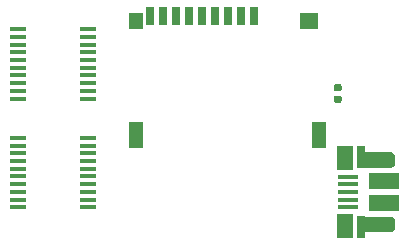
<source format=gbr>
G04 #@! TF.GenerationSoftware,KiCad,Pcbnew,5.1.5+dfsg1-2build2*
G04 #@! TF.CreationDate,2021-11-14T16:11:09+00:00*
G04 #@! TF.ProjectId,picopak,7069636f-7061-46b2-9e6b-696361645f70,rev?*
G04 #@! TF.SameCoordinates,Original*
G04 #@! TF.FileFunction,Paste,Top*
G04 #@! TF.FilePolarity,Positive*
%FSLAX46Y46*%
G04 Gerber Fmt 4.6, Leading zero omitted, Abs format (unit mm)*
G04 Created by KiCad (PCBNEW 5.1.5+dfsg1-2build2) date 2021-11-14 16:11:09*
%MOMM*%
%LPD*%
G04 APERTURE LIST*
%ADD10C,0.100000*%
%ADD11R,1.450000X0.450000*%
%ADD12R,1.200000X2.200000*%
%ADD13R,1.600000X1.400000*%
%ADD14R,1.200000X1.400000*%
%ADD15R,0.700000X1.600000*%
%ADD16R,0.700000X1.825000*%
%ADD17R,1.460000X2.000000*%
%ADD18R,1.750000X0.400000*%
%ADD19R,2.500000X1.425000*%
G04 APERTURE END LIST*
D10*
G36*
X203886958Y-76520710D02*
G01*
X203901276Y-76522834D01*
X203915317Y-76526351D01*
X203928946Y-76531228D01*
X203942031Y-76537417D01*
X203954447Y-76544858D01*
X203966073Y-76553481D01*
X203976798Y-76563202D01*
X203986519Y-76573927D01*
X203995142Y-76585553D01*
X204002583Y-76597969D01*
X204008772Y-76611054D01*
X204013649Y-76624683D01*
X204017166Y-76638724D01*
X204019290Y-76653042D01*
X204020000Y-76667500D01*
X204020000Y-76962500D01*
X204019290Y-76976958D01*
X204017166Y-76991276D01*
X204013649Y-77005317D01*
X204008772Y-77018946D01*
X204002583Y-77032031D01*
X203995142Y-77044447D01*
X203986519Y-77056073D01*
X203976798Y-77066798D01*
X203966073Y-77076519D01*
X203954447Y-77085142D01*
X203942031Y-77092583D01*
X203928946Y-77098772D01*
X203915317Y-77103649D01*
X203901276Y-77107166D01*
X203886958Y-77109290D01*
X203872500Y-77110000D01*
X203527500Y-77110000D01*
X203513042Y-77109290D01*
X203498724Y-77107166D01*
X203484683Y-77103649D01*
X203471054Y-77098772D01*
X203457969Y-77092583D01*
X203445553Y-77085142D01*
X203433927Y-77076519D01*
X203423202Y-77066798D01*
X203413481Y-77056073D01*
X203404858Y-77044447D01*
X203397417Y-77032031D01*
X203391228Y-77018946D01*
X203386351Y-77005317D01*
X203382834Y-76991276D01*
X203380710Y-76976958D01*
X203380000Y-76962500D01*
X203380000Y-76667500D01*
X203380710Y-76653042D01*
X203382834Y-76638724D01*
X203386351Y-76624683D01*
X203391228Y-76611054D01*
X203397417Y-76597969D01*
X203404858Y-76585553D01*
X203413481Y-76573927D01*
X203423202Y-76563202D01*
X203433927Y-76553481D01*
X203445553Y-76544858D01*
X203457969Y-76537417D01*
X203471054Y-76531228D01*
X203484683Y-76526351D01*
X203498724Y-76522834D01*
X203513042Y-76520710D01*
X203527500Y-76520000D01*
X203872500Y-76520000D01*
X203886958Y-76520710D01*
G37*
G36*
X203886958Y-77490710D02*
G01*
X203901276Y-77492834D01*
X203915317Y-77496351D01*
X203928946Y-77501228D01*
X203942031Y-77507417D01*
X203954447Y-77514858D01*
X203966073Y-77523481D01*
X203976798Y-77533202D01*
X203986519Y-77543927D01*
X203995142Y-77555553D01*
X204002583Y-77567969D01*
X204008772Y-77581054D01*
X204013649Y-77594683D01*
X204017166Y-77608724D01*
X204019290Y-77623042D01*
X204020000Y-77637500D01*
X204020000Y-77932500D01*
X204019290Y-77946958D01*
X204017166Y-77961276D01*
X204013649Y-77975317D01*
X204008772Y-77988946D01*
X204002583Y-78002031D01*
X203995142Y-78014447D01*
X203986519Y-78026073D01*
X203976798Y-78036798D01*
X203966073Y-78046519D01*
X203954447Y-78055142D01*
X203942031Y-78062583D01*
X203928946Y-78068772D01*
X203915317Y-78073649D01*
X203901276Y-78077166D01*
X203886958Y-78079290D01*
X203872500Y-78080000D01*
X203527500Y-78080000D01*
X203513042Y-78079290D01*
X203498724Y-78077166D01*
X203484683Y-78073649D01*
X203471054Y-78068772D01*
X203457969Y-78062583D01*
X203445553Y-78055142D01*
X203433927Y-78046519D01*
X203423202Y-78036798D01*
X203413481Y-78026073D01*
X203404858Y-78014447D01*
X203397417Y-78002031D01*
X203391228Y-77988946D01*
X203386351Y-77975317D01*
X203382834Y-77961276D01*
X203380710Y-77946958D01*
X203380000Y-77932500D01*
X203380000Y-77637500D01*
X203380710Y-77623042D01*
X203382834Y-77608724D01*
X203386351Y-77594683D01*
X203391228Y-77581054D01*
X203397417Y-77567969D01*
X203404858Y-77555553D01*
X203413481Y-77543927D01*
X203423202Y-77533202D01*
X203433927Y-77523481D01*
X203445553Y-77514858D01*
X203457969Y-77507417D01*
X203471054Y-77501228D01*
X203484683Y-77496351D01*
X203498724Y-77492834D01*
X203513042Y-77490710D01*
X203527500Y-77490000D01*
X203872500Y-77490000D01*
X203886958Y-77490710D01*
G37*
D11*
X182550000Y-71875000D03*
X182550000Y-72525000D03*
X182550000Y-73175000D03*
X182550000Y-73825000D03*
X182550000Y-74475000D03*
X182550000Y-75125000D03*
X182550000Y-75775000D03*
X182550000Y-76425000D03*
X182550000Y-77075000D03*
X182550000Y-77725000D03*
X176650000Y-77725000D03*
X176650000Y-77075000D03*
X176650000Y-76425000D03*
X176650000Y-75775000D03*
X176650000Y-75125000D03*
X176650000Y-74475000D03*
X176650000Y-73825000D03*
X176650000Y-73175000D03*
X176650000Y-72525000D03*
X176650000Y-71875000D03*
D12*
X202150000Y-80800000D03*
X186650000Y-80800000D03*
D13*
X201250000Y-71200000D03*
D14*
X186650000Y-71200000D03*
D15*
X187800000Y-70700000D03*
X190000000Y-70700000D03*
X188900000Y-70700000D03*
X191100000Y-70700000D03*
X192200000Y-70700000D03*
X193300000Y-70700000D03*
X196600000Y-70700000D03*
X195500000Y-70700000D03*
X194400000Y-70700000D03*
D11*
X182550000Y-81075000D03*
X182550000Y-81725000D03*
X182550000Y-82375000D03*
X182550000Y-83025000D03*
X182550000Y-83675000D03*
X182550000Y-84325000D03*
X182550000Y-84975000D03*
X182550000Y-85625000D03*
X182550000Y-86275000D03*
X182550000Y-86925000D03*
X176650000Y-86925000D03*
X176650000Y-86275000D03*
X176650000Y-85625000D03*
X176650000Y-84975000D03*
X176650000Y-84325000D03*
X176650000Y-83675000D03*
X176650000Y-83025000D03*
X176650000Y-82375000D03*
X176650000Y-81725000D03*
X176650000Y-81075000D03*
D16*
X205650000Y-82662500D03*
D10*
G36*
X208202917Y-82276853D02*
G01*
X208240271Y-82282394D01*
X208276902Y-82291569D01*
X208312457Y-82304291D01*
X208346593Y-82320437D01*
X208378983Y-82339850D01*
X208409315Y-82362346D01*
X208437295Y-82387705D01*
X208462654Y-82415685D01*
X208485150Y-82446017D01*
X208504563Y-82478407D01*
X208520709Y-82512543D01*
X208533431Y-82548098D01*
X208542606Y-82584729D01*
X208548147Y-82622083D01*
X208550000Y-82659800D01*
X208550000Y-83190200D01*
X208548147Y-83227917D01*
X208542606Y-83265271D01*
X208533431Y-83301902D01*
X208520709Y-83337457D01*
X208504563Y-83371593D01*
X208485150Y-83403983D01*
X208462654Y-83434315D01*
X208437295Y-83462295D01*
X208409315Y-83487654D01*
X208378983Y-83510150D01*
X208346593Y-83529563D01*
X208312457Y-83545709D01*
X208276902Y-83558431D01*
X208240271Y-83567606D01*
X208202917Y-83573147D01*
X208165200Y-83575000D01*
X205684800Y-83575000D01*
X205647083Y-83573147D01*
X205609729Y-83567606D01*
X205573098Y-83558431D01*
X205537543Y-83545709D01*
X205503407Y-83529563D01*
X205471017Y-83510150D01*
X205440685Y-83487654D01*
X205412705Y-83462295D01*
X205387346Y-83434315D01*
X205364850Y-83403983D01*
X205345437Y-83371593D01*
X205329291Y-83337457D01*
X205316569Y-83301902D01*
X205307394Y-83265271D01*
X205301853Y-83227917D01*
X205300000Y-83190200D01*
X205300000Y-82659800D01*
X205301853Y-82622083D01*
X205307394Y-82584729D01*
X205316569Y-82548098D01*
X205329291Y-82512543D01*
X205345437Y-82478407D01*
X205364850Y-82446017D01*
X205387346Y-82415685D01*
X205412705Y-82387705D01*
X205440685Y-82362346D01*
X205471017Y-82339850D01*
X205503407Y-82320437D01*
X205537543Y-82304291D01*
X205573098Y-82291569D01*
X205609729Y-82282394D01*
X205647083Y-82276853D01*
X205684800Y-82275000D01*
X208165200Y-82275000D01*
X208202917Y-82276853D01*
G37*
G36*
X208202917Y-87726853D02*
G01*
X208240271Y-87732394D01*
X208276902Y-87741569D01*
X208312457Y-87754291D01*
X208346593Y-87770437D01*
X208378983Y-87789850D01*
X208409315Y-87812346D01*
X208437295Y-87837705D01*
X208462654Y-87865685D01*
X208485150Y-87896017D01*
X208504563Y-87928407D01*
X208520709Y-87962543D01*
X208533431Y-87998098D01*
X208542606Y-88034729D01*
X208548147Y-88072083D01*
X208550000Y-88109800D01*
X208550000Y-88640200D01*
X208548147Y-88677917D01*
X208542606Y-88715271D01*
X208533431Y-88751902D01*
X208520709Y-88787457D01*
X208504563Y-88821593D01*
X208485150Y-88853983D01*
X208462654Y-88884315D01*
X208437295Y-88912295D01*
X208409315Y-88937654D01*
X208378983Y-88960150D01*
X208346593Y-88979563D01*
X208312457Y-88995709D01*
X208276902Y-89008431D01*
X208240271Y-89017606D01*
X208202917Y-89023147D01*
X208165200Y-89025000D01*
X205684800Y-89025000D01*
X205647083Y-89023147D01*
X205609729Y-89017606D01*
X205573098Y-89008431D01*
X205537543Y-88995709D01*
X205503407Y-88979563D01*
X205471017Y-88960150D01*
X205440685Y-88937654D01*
X205412705Y-88912295D01*
X205387346Y-88884315D01*
X205364850Y-88853983D01*
X205345437Y-88821593D01*
X205329291Y-88787457D01*
X205316569Y-88751902D01*
X205307394Y-88715271D01*
X205301853Y-88677917D01*
X205300000Y-88640200D01*
X205300000Y-88109800D01*
X205301853Y-88072083D01*
X205307394Y-88034729D01*
X205316569Y-87998098D01*
X205329291Y-87962543D01*
X205345437Y-87928407D01*
X205364850Y-87896017D01*
X205387346Y-87865685D01*
X205412705Y-87837705D01*
X205440685Y-87812346D01*
X205471017Y-87789850D01*
X205503407Y-87770437D01*
X205537543Y-87754291D01*
X205573098Y-87741569D01*
X205609729Y-87732394D01*
X205647083Y-87726853D01*
X205684800Y-87725000D01*
X208165200Y-87725000D01*
X208202917Y-87726853D01*
G37*
D16*
X205650000Y-88637500D03*
D17*
X204320000Y-88550000D03*
X204320000Y-82750000D03*
D18*
X204525000Y-86950000D03*
X204525000Y-86300000D03*
X204525000Y-85650000D03*
X204525000Y-85000000D03*
X204525000Y-84350000D03*
D19*
X207600000Y-86612500D03*
X207600000Y-84687500D03*
M02*

</source>
